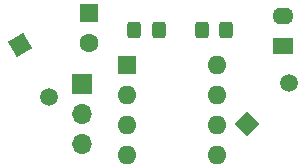
<source format=gbr>
%TF.GenerationSoftware,KiCad,Pcbnew,8.0.7*%
%TF.CreationDate,2024-12-14T00:48:10+01:00*%
%TF.ProjectId,FF2_20241213_1510,4646325f-3230-4323-9431-3231335f3135,0.2.0*%
%TF.SameCoordinates,Original*%
%TF.FileFunction,Soldermask,Top*%
%TF.FilePolarity,Negative*%
%FSLAX46Y46*%
G04 Gerber Fmt 4.6, Leading zero omitted, Abs format (unit mm)*
G04 Created by KiCad (PCBNEW 8.0.7) date 2024-12-14 00:48:10*
%MOMM*%
%LPD*%
G01*
G04 APERTURE LIST*
G04 Aperture macros list*
%AMRoundRect*
0 Rectangle with rounded corners*
0 $1 Rounding radius*
0 $2 $3 $4 $5 $6 $7 $8 $9 X,Y pos of 4 corners*
0 Add a 4 corners polygon primitive as box body*
4,1,4,$2,$3,$4,$5,$6,$7,$8,$9,$2,$3,0*
0 Add four circle primitives for the rounded corners*
1,1,$1+$1,$2,$3*
1,1,$1+$1,$4,$5*
1,1,$1+$1,$6,$7*
1,1,$1+$1,$8,$9*
0 Add four rect primitives between the rounded corners*
20,1,$1+$1,$2,$3,$4,$5,0*
20,1,$1+$1,$4,$5,$6,$7,0*
20,1,$1+$1,$6,$7,$8,$9,0*
20,1,$1+$1,$8,$9,$2,$3,0*%
%AMRotRect*
0 Rectangle, with rotation*
0 The origin of the aperture is its center*
0 $1 length*
0 $2 width*
0 $3 Rotation angle, in degrees counterclockwise*
0 Add horizontal line*
21,1,$1,$2,0,0,$3*%
G04 Aperture macros list end*
%ADD10R,1.800000X1.400000*%
%ADD11O,1.800000X1.400000*%
%ADD12R,1.600000X1.600000*%
%ADD13C,1.600000*%
%ADD14O,1.600000X1.600000*%
%ADD15RoundRect,0.250000X0.325000X0.450000X-0.325000X0.450000X-0.325000X-0.450000X0.325000X-0.450000X0*%
%ADD16RotRect,1.500000X1.500000X45.000000*%
%ADD17C,1.500000*%
%ADD18R,1.700000X1.700000*%
%ADD19O,1.700000X1.700000*%
%ADD20RotRect,1.500000X1.500000X300.000000*%
G04 APERTURE END LIST*
D10*
%TO.C,D1*%
X126238000Y-106050000D03*
D11*
X126238000Y-103510000D03*
%TD*%
D12*
%TO.C,C1*%
X109855000Y-103251000D03*
D13*
X109855000Y-105751000D03*
%TD*%
D12*
%TO.C,U1*%
X113030000Y-107579000D03*
D14*
X113030000Y-110119000D03*
X113030000Y-112659000D03*
X113030000Y-115199000D03*
X120650000Y-115199000D03*
X120650000Y-112659000D03*
X120650000Y-110119000D03*
X120650000Y-107579000D03*
%TD*%
D15*
%TO.C,C2*%
X121421000Y-104648000D03*
X119371000Y-104648000D03*
%TD*%
D16*
%TO.C,L1*%
X123190000Y-112649000D03*
D17*
X126725534Y-109113466D03*
%TD*%
D15*
%TO.C,R1*%
X115706000Y-104648000D03*
X113656000Y-104648000D03*
%TD*%
D18*
%TO.C,J1*%
X109220000Y-109220000D03*
D19*
X109220000Y-111760000D03*
X109220000Y-114300000D03*
%TD*%
D20*
%TO.C,L2*%
X103954000Y-105961046D03*
D17*
X106454000Y-110291173D03*
%TD*%
M02*

</source>
